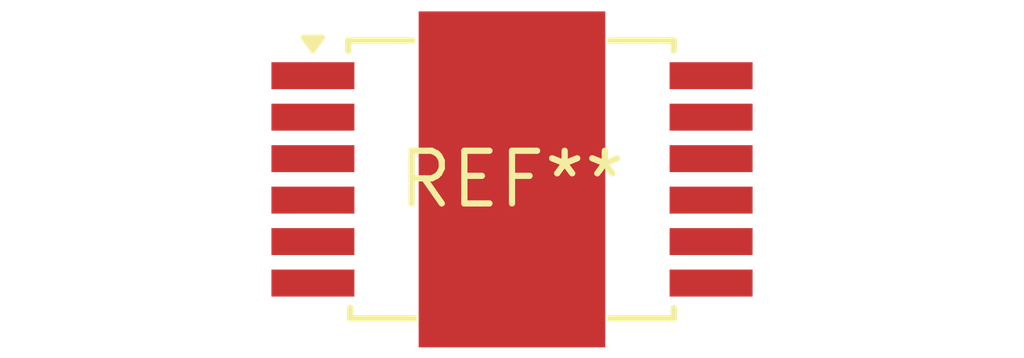
<source format=kicad_pcb>
(kicad_pcb (version 20240108) (generator pcbnew)
  (layers (0 "F.Cu" signal) (31 "B.Cu" signal) (34 "B.Paste" user) (35 "F.Paste" user) (36 "B.SilkS" user "B.Silkscreen") (37 "F.SilkS" user "F.Silkscreen") (38 "B.Mask" user) (39 "F.Mask" user) (44 "Edge.Cuts" user))
  (net 0 "")
  (footprint "Infineon_PG-DSO-12-11" (layer "F.Cu") (at 0 0)
    (property "Reference" "REF**")
    (property "Value" "Infineon_PG-DSO-12-11")
    (fp_line (start -3.95 -3.35) (end -2.4 -3.35) (layer "F.SilkS") (stroke (width 0.15)))
    (fp_line (start -3.95 -3.1) (end -3.95 -3.35) (layer "F.SilkS") (stroke (width 0.15)))
    (fp_line (start -3.9 3.1) (end -3.9 3.35) (layer "F.SilkS") (stroke (width 0.15)))
    (fp_line (start -3.9 3.35) (end -2.35 3.35) (layer "F.SilkS") (stroke (width 0.15)))
    (fp_line (start 3.9 -3.35) (end 2.35 -3.35) (layer "F.SilkS") (stroke (width 0.15)))
    (fp_line (start 3.9 -3.1) (end 3.9 -3.35) (layer "F.SilkS") (stroke (width 0.15)))
    (fp_line (start 3.9 3.1) (end 3.9 3.35) (layer "F.SilkS") (stroke (width 0.15)))
    (fp_line (start 3.9 3.35) (end 2.35 3.35) (layer "F.SilkS") (stroke (width 0.15)))
    (fp_poly (pts (xy -4.8 -3.1) (xy -5.04 -3.43) (xy -4.56 -3.43) (xy -4.8 -3.1)) (layer "F.SilkS") (stroke (width 0.12)) (fill solid))
    (pad "1" smd rect (at -4.8 -2.5) (size 2 0.65) (layers "F.Cu" "F.Paste" "F.Mask"))
    (pad "2" smd rect (at -4.8 -1.5) (size 2 0.65) (layers "F.Cu" "F.Paste" "F.Mask"))
    (pad "3" smd rect (at -4.8 -0.5) (size 2 0.65) (layers "F.Cu" "F.Paste" "F.Mask"))
    (pad "4" smd rect (at -4.8 0.5) (size 2 0.65) (layers "F.Cu" "F.Paste" "F.Mask"))
    (pad "5" smd rect (at -4.8 1.5) (size 2 0.65) (layers "F.Cu" "F.Paste" "F.Mask"))
    (pad "6" smd rect (at -4.8 2.5) (size 2 0.65) (layers "F.Cu" "F.Paste" "F.Mask"))
    (pad "7" smd rect (at 4.8 2.5) (size 2 0.65) (layers "F.Cu" "F.Paste" "F.Mask"))
    (pad "8" smd rect (at 4.8 1.5) (size 2 0.65) (layers "F.Cu" "F.Paste" "F.Mask"))
    (pad "9" smd rect (at 4.8 0.5) (size 2 0.65) (layers "F.Cu" "F.Paste" "F.Mask"))
    (pad "10" smd rect (at 4.8 -0.5) (size 2 0.65) (layers "F.Cu" "F.Paste" "F.Mask"))
    (pad "11" smd rect (at 4.8 -1.5) (size 2 0.65) (layers "F.Cu" "F.Paste" "F.Mask"))
    (pad "12" smd rect (at 4.8 -2.5) (size 2 0.65) (layers "F.Cu" "F.Paste" "F.Mask"))
    (pad "13" smd rect (at 0 0) (size 4.5 8.1) (layers "F.Cu" "F.Mask"))
  )
)
</source>
